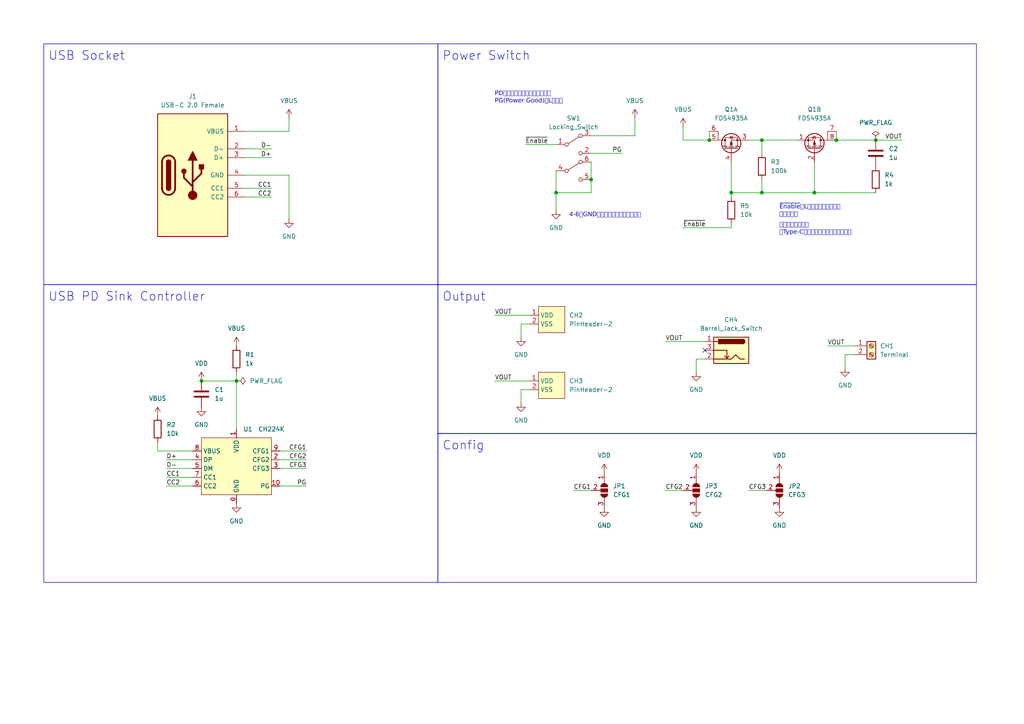
<source format=kicad_sch>
(kicad_sch (version 20230121) (generator eeschema)
  (paper "A4")
  (lib_symbols
    (symbol "$74th:CH224K-USB_PD_Sink_Controller"
      (property "Reference" "U" (at -7.62 7.62 0))
      (property "Value" "CH224K" (at 7.62 7.62 0))
      (symbol "CH224K-USB_PD_Sink_Controller_1_1"
        (rectangle (start -10.16 6.35) (end 10.16 -10.16) (fill (type background)))
        (pin power_in line (at 0 -12.7 90) (length 2.54) (name "GND") (number "0"))
        (pin power_in line (at 0 8.89 270) (length 2.54) (name "VDD") (number "1"))
        (pin output line (at 12.7 -7.62 180) (length 2.54) (name "PG") (number "10"))
        (pin input line (at 12.7 0 180) (length 2.54) (name "CFG2") (number "2"))
        (pin input line (at 12.7 -2.54 180) (length 2.54) (name "CFG3") (number "3"))
        (pin bidirectional line (at -12.7 0 0) (length 2.54) (name "DP") (number "4"))
        (pin bidirectional line (at -12.7 -2.54 0) (length 2.54) (name "DM") (number "5"))
        (pin output line (at -12.7 -7.62 0) (length 2.54) (name "CC2") (number "6"))
        (pin output line (at -12.7 -5.08 0) (length 2.54) (name "CC1") (number "7"))
        (pin input line (at -12.7 2.54 0) (length 2.54) (name "VBUS") (number "8"))
        (pin input line (at 12.7 2.54 180) (length 2.54) (name "CFG1") (number "9"))
      )
    )
    (symbol "$74th:Locking_Switch" (pin_names (offset 0) hide)
      (property "Reference" "SW" (at 0 8.89 0))
      (property "Value" "Locking_Switch" (at 0 -8.89 0))
      (symbol "Locking_Switch_0_0"
        (circle (center -2.032 -3.81) (radius 0.508))
        (circle (center -2.032 3.81) (radius 0.508))
        (circle (center 2.032 -6.35) (radius 0.508))
        (circle (center 2.032 1.27) (radius 0.508))
      )
      (symbol "Locking_Switch_0_1"
        (polyline (pts (xy -1.524 -3.556) (xy 1.651 -1.524)))
        (polyline (pts (xy -1.524 4.064) (xy 1.651 6.096)))
        (circle (center 2.032 -1.27) (radius 0.508))
        (circle (center 2.032 6.35) (radius 0.508))
      )
      (symbol "Locking_Switch_1_1"
        (pin passive line (at -5.08 3.81 0) (length 2.54) (name "B") (number "1"))
        (pin passive line (at 5.08 1.27 180) (length 2.54) (name "C") (number "2"))
        (pin passive line (at 5.08 6.35 180) (length 2.54) (name "A") (number "3"))
        (pin passive line (at -5.08 -3.81 0) (length 2.54) (name "E") (number "4"))
        (pin passive line (at 5.08 -6.35 180) (length 2.54) (name "F") (number "5"))
        (pin passive line (at 5.08 -1.27 180) (length 2.54) (name "D") (number "6"))
      )
    )
    (symbol "$74th:PchMOSFET-FDS4935A"
      (property "Reference" "Q" (at 3.81 1.27 0))
      (property "Value" "FDS4935A" (at 7.62 -2.54 0))
      (symbol "PchMOSFET-FDS4935A_0_1"
        (circle (center -0.889 0) (radius 2.794) (stroke (width 0.254)))
        (circle (center 0 -1.778) (radius 0.254) (fill (type outline)))
        (polyline (pts (xy -2.286 0) (xy -6.35 0)))
        (polyline (pts (xy -2.286 1.905) (xy -2.286 -1.905)) (stroke (width 0.254)))
        (polyline (pts (xy -1.778 -1.27) (xy -1.778 -2.286)) (stroke (width 0.254)))
        (polyline (pts (xy -1.778 0.508) (xy -1.778 -0.508)) (stroke (width 0.254)))
        (polyline (pts (xy -1.778 2.286) (xy -1.778 1.27)) (stroke (width 0.254)))
        (polyline (pts (xy 0 2.54) (xy 0 1.778)))
        (polyline (pts (xy 0 -2.54) (xy 0 0) (xy -1.778 0)))
        (polyline (pts (xy -1.778 1.778) (xy 0.762 1.778) (xy 0.762 -1.778) (xy -1.778 -1.778)))
        (polyline (pts (xy -0.254 0) (xy -1.27 0.381) (xy -1.27 -0.381) (xy -0.254 0)) (fill (type outline)))
        (polyline (pts (xy 0 3.81) (xy 2.54 3.81) (xy 0 3.81) (xy 0 2.54)))
        (polyline (pts (xy 0.254 -0.508) (xy 0.381 -0.381) (xy 1.143 -0.381) (xy 1.27 -0.254)))
        (polyline (pts (xy 0.762 -0.381) (xy 0.381 0.254) (xy 1.143 0.254) (xy 0.762 -0.381)))
        (circle (center 0 1.778) (radius 0.254) (fill (type outline)))
      )
      (symbol "PchMOSFET-FDS4935A_1_1"
        (pin passive line (at 0 -5.08 90) (length 2.54) (name "") (number "3"))
        (pin input line (at -6.35 0 0) (length 2.54) (name "") (number "4"))
        (pin passive line (at 0 6.35 270) (length 2.54) (name "") (number "5"))
        (pin passive line (at 2.54 6.35 270) (length 2.54) (name "") (number "6"))
      )
      (symbol "PchMOSFET-FDS4935A_2_1"
        (pin passive line (at 0 -5.08 90) (length 2.54) (name "") (number "1"))
        (pin input line (at -6.35 0 0) (length 2.54) (name "") (number "2"))
        (pin passive line (at 2.54 6.35 270) (length 2.54) (name "") (number "7"))
        (pin passive line (at 0 6.35 270) (length 2.54) (name "") (number "8"))
      )
    )
    (symbol "$74th:PowerOutput-2Pin"
      (property "Reference" "CH" (at -2.54 5.08 0))
      (property "Value" "Port" (at 2.54 5.08 0))
      (symbol "PowerOutput-2Pin_1_1"
        (rectangle (start -3.81 3.81) (end 3.81 -3.81) (fill (type background)))
        (pin power_in line (at -6.35 1.27 0) (length 2.54) (name "VDD") (number "1"))
        (pin power_in line (at -6.35 -1.27 0) (length 2.54) (name "VSS") (number "2"))
      )
    )
    (symbol "$74th:USB2.0_C_v3" (pin_names (offset 1.016))
      (property "Reference" "J" (at -10.16 19.05 0))
      (property "Value" "USB-C 2.0 Female" (at 15.24 19.05 0))
      (symbol "USB2.0_C_v3_0_1"
        (rectangle (start -10.16 17.78) (end 10.16 -17.78) (stroke (width 0.254)) (fill (type background)))
        (arc (start -8.89 -3.81) (mid -6.985 -5.7067) (end -5.08 -3.81) (stroke (width 0.508)))
        (arc (start -7.62 -3.81) (mid -6.985 -4.4423) (end -6.35 -3.81) (stroke (width 0.254)))
        (arc (start -7.62 -3.81) (mid -6.985 -4.4423) (end -6.35 -3.81) (stroke (width 0.254)) (fill (type outline)))
        (rectangle (start -7.62 -3.81) (end -6.35 3.81) (stroke (width 0.254)) (fill (type outline)))
        (arc (start -6.35 3.81) (mid -6.985 4.4423) (end -7.62 3.81) (stroke (width 0.254)))
        (arc (start -6.35 3.81) (mid -6.985 4.4423) (end -7.62 3.81) (stroke (width 0.254)) (fill (type outline)))
        (arc (start -5.08 3.81) (mid -6.985 5.7067) (end -8.89 3.81) (stroke (width 0.508)))
        (circle (center -2.54 1.143) (radius 0.635) (stroke (width 0.254)) (fill (type outline)))
        (circle (center 0 -5.842) (radius 1.27) (fill (type outline)))
        (polyline (pts (xy -8.89 -3.81) (xy -8.89 3.81)) (stroke (width 0.508)))
        (polyline (pts (xy -5.08 3.81) (xy -5.08 -3.81)) (stroke (width 0.508)))
        (polyline (pts (xy 0 -5.842) (xy 0 4.318)) (stroke (width 0.508)))
        (polyline (pts (xy 0 -3.302) (xy -2.54 -0.762) (xy -2.54 0.508)) (stroke (width 0.508)))
        (polyline (pts (xy 0 -2.032) (xy 2.54 0.508) (xy 2.54 1.778)) (stroke (width 0.508)))
        (polyline (pts (xy -1.27 4.318) (xy 0 6.858) (xy 1.27 4.318) (xy -1.27 4.318)) (stroke (width 0.254)) (fill (type outline)))
        (rectangle (start 1.905 1.778) (end 3.175 3.048) (stroke (width 0.254)) (fill (type outline)))
      )
      (symbol "USB2.0_C_v3_1_1"
        (pin power_out line (at 15.24 12.7 180) (length 5.08) (name "VBUS") (number "1"))
        (pin bidirectional line (at 15.24 7.62 180) (length 5.08) (name "D-") (number "2"))
        (pin bidirectional line (at 15.24 5.08 180) (length 5.08) (name "D+") (number "3"))
        (pin power_out line (at 15.24 0 180) (length 5.08) (name "GND") (number "4"))
        (pin input line (at 15.24 -3.81 180) (length 5.08) (name "CC1") (number "5"))
        (pin input line (at 15.24 -6.35 180) (length 5.08) (name "CC2") (number "6"))
      )
    )
    (symbol "Connector:Barrel_Jack_Switch" (pin_names hide)
      (property "Reference" "J" (at 0 5.334 0))
      (property "Value" "Barrel_Jack_Switch" (at 0 -5.08 0))
      (symbol "Barrel_Jack_Switch_0_1"
        (rectangle (start -5.08 3.81) (end 5.08 -3.81) (stroke (width 0.254)) (fill (type background)))
        (arc (start -3.302 3.175) (mid -3.9343 2.54) (end -3.302 1.905) (stroke (width 0.254)))
        (arc (start -3.302 3.175) (mid -3.9343 2.54) (end -3.302 1.905) (stroke (width 0.254)) (fill (type outline)))
        (polyline (pts (xy 1.27 -2.286) (xy 1.905 -1.651)) (stroke (width 0.254)))
        (polyline (pts (xy 5.08 2.54) (xy 3.81 2.54)) (stroke (width 0.254)))
        (polyline (pts (xy 5.08 0) (xy 1.27 0) (xy 1.27 -2.286) (xy 0.635 -1.651)) (stroke (width 0.254)))
        (polyline (pts (xy -3.81 -2.54) (xy -2.54 -2.54) (xy -1.27 -1.27) (xy 0 -2.54) (xy 2.54 -2.54) (xy 5.08 -2.54)) (stroke (width 0.254)))
        (rectangle (start 3.683 3.175) (end -3.302 1.905) (stroke (width 0.254)) (fill (type outline)))
      )
      (symbol "Barrel_Jack_Switch_1_1"
        (pin passive line (at 7.62 2.54 180) (length 2.54) (name "~") (number "1"))
        (pin passive line (at 7.62 -2.54 180) (length 2.54) (name "~") (number "2"))
        (pin passive line (at 7.62 0 180) (length 2.54) (name "~") (number "3"))
      )
    )
    (symbol "Connector:Screw_Terminal_01x02" (pin_names (offset 1.016) hide)
      (property "Reference" "J" (at 0 2.54 0))
      (property "Value" "Screw_Terminal_01x02" (at 0 -5.08 0))
      (symbol "Screw_Terminal_01x02_1_1"
        (rectangle (start -1.27 1.27) (end 1.27 -3.81) (stroke (width 0.254)) (fill (type background)))
        (circle (center 0 -2.54) (radius 0.635) (stroke (width 0.1524)))
        (polyline (pts (xy -0.5334 -2.2098) (xy 0.3302 -3.048)) (stroke (width 0.1524)))
        (polyline (pts (xy -0.5334 0.3302) (xy 0.3302 -0.508)) (stroke (width 0.1524)))
        (polyline (pts (xy -0.3556 -2.032) (xy 0.508 -2.8702)) (stroke (width 0.1524)))
        (polyline (pts (xy -0.3556 0.508) (xy 0.508 -0.3302)) (stroke (width 0.1524)))
        (circle (center 0 0) (radius 0.635) (stroke (width 0.1524)))
        (pin passive line (at -5.08 0 0) (length 3.81) (name "Pin_1") (number "1"))
        (pin passive line (at -5.08 -2.54 0) (length 3.81) (name "Pin_2") (number "2"))
      )
    )
    (symbol "Device:C" (pin_numbers hide) (pin_names (offset 0.254))
      (property "Reference" "C" (at 0.635 2.54 0))
      (property "Value" "C" (at 0.635 -2.54 0))
      (symbol "C_0_1"
        (polyline (pts (xy -2.032 -0.762) (xy 2.032 -0.762)) (stroke (width 0.508)))
        (polyline (pts (xy -2.032 0.762) (xy 2.032 0.762)) (stroke (width 0.508)))
      )
      (symbol "C_1_1"
        (pin passive line (at 0 3.81 270) (length 2.794) (name "~") (number "1"))
        (pin passive line (at 0 -3.81 90) (length 2.794) (name "~") (number "2"))
      )
    )
    (symbol "Device:R" (pin_numbers hide) (pin_names (offset 0))
      (property "Reference" "R" (at 2.032 0 90))
      (property "Value" "R" (at 0 0 90))
      (symbol "R_0_1"
        (rectangle (start -1.016 -2.54) (end 1.016 2.54) (stroke (width 0.254)))
      )
      (symbol "R_1_1"
        (pin passive line (at 0 3.81 270) (length 1.27) (name "~") (number "1"))
        (pin passive line (at 0 -3.81 90) (length 1.27) (name "~") (number "2"))
      )
    )
    (symbol "Jumper:SolderJumper_3_Open" (pin_names (offset 0) hide)
      (property "Reference" "JP" (at -2.54 -2.54 0))
      (property "Value" "SolderJumper_3_Open" (at 0 2.794 0))
      (symbol "SolderJumper_3_Open_0_1"
        (arc (start -1.016 1.016) (mid -2.0276 0) (end -1.016 -1.016))
        (arc (start -1.016 1.016) (mid -2.0276 0) (end -1.016 -1.016) (fill (type outline)))
        (rectangle (start -0.508 1.016) (end 0.508 -1.016) (fill (type outline)))
        (polyline (pts (xy -2.54 0) (xy -2.032 0)))
        (polyline (pts (xy -1.016 1.016) (xy -1.016 -1.016)))
        (polyline (pts (xy 0 -1.27) (xy 0 -1.016)))
        (polyline (pts (xy 1.016 1.016) (xy 1.016 -1.016)))
        (polyline (pts (xy 2.54 0) (xy 2.032 0)))
        (arc (start 1.016 -1.016) (mid 2.0276 0) (end 1.016 1.016))
        (arc (start 1.016 -1.016) (mid 2.0276 0) (end 1.016 1.016) (fill (type outline)))
      )
      (symbol "SolderJumper_3_Open_1_1"
        (pin passive line (at -5.08 0 0) (length 2.54) (name "A") (number "1"))
        (pin passive line (at 0 -3.81 90) (length 2.54) (name "C") (number "2"))
        (pin passive line (at 5.08 0 180) (length 2.54) (name "B") (number "3"))
      )
    )
    (symbol "power:GND" (power) (pin_names (offset 0))
      (property "Value" "GND" (at 0 -3.81 0))
      (symbol "GND_0_1"
        (polyline (pts (xy 0 0) (xy 0 -1.27) (xy 1.27 -1.27) (xy 0 -2.54) (xy -1.27 -1.27) (xy 0 -1.27)))
      )
      (symbol "GND_1_1"
        (pin power_in line (at 0 0 270) (length 0) hide (name "GND") (number "1"))
      )
    )
    (symbol "power:PWR_FLAG" (power) (pin_numbers hide) (pin_names (offset 0) hide)
      (property "Value" "PWR_FLAG" (at 0 3.81 0))
      (symbol "PWR_FLAG_0_0"
        (pin power_out line (at 0 0 90) (length 0) (name "pwr") (number "1"))
      )
      (symbol "PWR_FLAG_0_1"
        (polyline (pts (xy 0 0) (xy 0 1.27) (xy -1.016 1.905) (xy 0 2.54) (xy 1.016 1.905) (xy 0 1.27)))
      )
    )
    (symbol "power:VBUS" (power) (pin_names (offset 0))
      (property "Value" "VBUS" (at 0 3.81 0))
      (symbol "VBUS_0_1"
        (polyline (pts (xy -0.762 1.27) (xy 0 2.54)))
        (polyline (pts (xy 0 0) (xy 0 2.54)))
        (polyline (pts (xy 0 2.54) (xy 0.762 1.27)))
      )
      (symbol "VBUS_1_1"
        (pin power_in line (at 0 0 90) (length 0) hide (name "VBUS") (number "1"))
      )
    )
    (symbol "power:VDD" (power) (pin_names (offset 0))
      (property "Value" "VDD" (at 0 3.81 0))
      (symbol "VDD_0_1"
        (polyline (pts (xy -0.762 1.27) (xy 0 2.54)))
        (polyline (pts (xy 0 0) (xy 0 2.54)))
        (polyline (pts (xy 0 2.54) (xy 0.762 1.27)))
      )
      (symbol "VDD_1_1"
        (pin power_in line (at 0 0 90) (length 0) hide (name "VDD") (number "1"))
      )
    )
  )
  (junction (at 220.98 55.88))
  (junction (at 68.58 110.49))
  (junction (at 220.98 40.64))
  (junction (at 254 40.64))
  (junction (at 205.74 40.64))
  (junction (at 58.42 110.49))
  (junction (at 161.29 55.88))
  (junction (at 242.57 40.64))
  (junction (at 212.09 55.88))
  (junction (at 171.45 52.07))
  (junction (at 236.22 55.88))
  (no_connect (at 204.47 101.6))
  (wire (pts (xy 48.26 138.43) (xy 55.88 138.43)))
  (wire (pts (xy 151.13 93.98) (xy 153.67 93.98)))
  (wire (pts (xy 220.98 55.88) (xy 236.22 55.88)))
  (wire (pts (xy 143.51 110.49) (xy 153.67 110.49)))
  (wire (pts (xy 81.28 135.89) (xy 88.9 135.89)))
  (wire (pts (xy 45.72 130.81) (xy 55.88 130.81)))
  (wire (pts (xy 48.26 135.89) (xy 55.88 135.89)))
  (wire (pts (xy 171.45 46.99) (xy 171.45 52.07)))
  (wire (pts (xy 236.22 46.99) (xy 236.22 55.88)))
  (wire (pts (xy 217.17 142.24) (xy 222.25 142.24)))
  (wire (pts (xy 45.72 128.27) (xy 45.72 130.81)))
  (wire (pts (xy 205.74 38.1) (xy 205.74 40.64)))
  (wire (pts (xy 166.37 142.24) (xy 171.45 142.24)))
  (wire (pts (xy 81.28 133.35) (xy 88.9 133.35)))
  (wire (pts (xy 184.15 39.37) (xy 171.45 39.37)))
  (wire (pts (xy 83.82 50.8) (xy 83.82 63.5)))
  (wire (pts (xy 71.12 50.8) (xy 83.82 50.8)))
  (wire (pts (xy 242.57 40.64) (xy 254 40.64)))
  (wire (pts (xy 220.98 44.45) (xy 220.98 40.64)))
  (wire (pts (xy 220.98 40.64) (xy 231.14 40.64)))
  (wire (pts (xy 245.11 102.87) (xy 247.65 102.87)))
  (wire (pts (xy 48.26 140.97) (xy 55.88 140.97)))
  (wire (pts (xy 198.12 40.64) (xy 198.12 36.83)))
  (wire (pts (xy 81.28 130.81) (xy 88.9 130.81)))
  (wire (pts (xy 212.09 66.04) (xy 212.09 64.77)))
  (wire (pts (xy 212.09 46.99) (xy 212.09 55.88)))
  (wire (pts (xy 161.29 49.53) (xy 161.29 55.88)))
  (wire (pts (xy 68.58 110.49) (xy 68.58 124.46)))
  (wire (pts (xy 151.13 113.03) (xy 153.67 113.03)))
  (wire (pts (xy 68.58 107.95) (xy 68.58 110.49)))
  (wire (pts (xy 152.4 41.91) (xy 161.29 41.91)))
  (wire (pts (xy 151.13 97.79) (xy 151.13 93.98)))
  (wire (pts (xy 58.42 110.49) (xy 68.58 110.49)))
  (wire (pts (xy 242.57 38.1) (xy 242.57 40.64)))
  (wire (pts (xy 71.12 38.1) (xy 83.82 38.1)))
  (wire (pts (xy 184.15 34.29) (xy 184.15 39.37)))
  (wire (pts (xy 171.45 52.07) (xy 171.45 55.88)))
  (wire (pts (xy 212.09 57.15) (xy 212.09 55.88)))
  (wire (pts (xy 151.13 116.84) (xy 151.13 113.03)))
  (wire (pts (xy 71.12 43.18) (xy 78.74 43.18)))
  (wire (pts (xy 240.03 100.33) (xy 247.65 100.33)))
  (wire (pts (xy 236.22 55.88) (xy 254 55.88)))
  (wire (pts (xy 201.93 104.14) (xy 201.93 107.95)))
  (wire (pts (xy 245.11 106.68) (xy 245.11 102.87)))
  (wire (pts (xy 161.29 55.88) (xy 161.29 60.96)))
  (wire (pts (xy 83.82 38.1) (xy 83.82 34.29)))
  (wire (pts (xy 81.28 140.97) (xy 88.9 140.97)))
  (wire (pts (xy 71.12 45.72) (xy 78.74 45.72)))
  (wire (pts (xy 193.04 142.24) (xy 198.12 142.24)))
  (wire (pts (xy 48.26 133.35) (xy 55.88 133.35)))
  (wire (pts (xy 217.17 40.64) (xy 220.98 40.64)))
  (wire (pts (xy 143.51 91.44) (xy 153.67 91.44)))
  (wire (pts (xy 205.74 40.64) (xy 198.12 40.64)))
  (wire (pts (xy 212.09 55.88) (xy 220.98 55.88)))
  (wire (pts (xy 171.45 55.88) (xy 161.29 55.88)))
  (wire (pts (xy 204.47 104.14) (xy 201.93 104.14)))
  (wire (pts (xy 171.45 44.45) (xy 180.34 44.45)))
  (wire (pts (xy 220.98 52.07) (xy 220.98 55.88)))
  (wire (pts (xy 254 40.64) (xy 261.62 40.64)))
  (wire (pts (xy 193.04 99.06) (xy 204.47 99.06)))
  (wire (pts (xy 71.12 54.61) (xy 78.74 54.61)))
  (wire (pts (xy 198.12 66.04) (xy 212.09 66.04)))
  (wire (pts (xy 71.12 57.15) (xy 78.74 57.15)))
  (rectangle (start 127 82.55) (end 283.21 125.73))
  (rectangle (start 12.7 82.55) (end 127 168.91))
  (rectangle (start 127 12.7) (end 283.21 82.55))
  (rectangle (start 12.7 12.7) (end 127 82.55))
  (rectangle (start 127 125.73) (end 283.21 168.91))
  (text "Output" (at 128.27 87.63 0) (effects (font (size 2.54 2.54)) (justify left bottom)))
  (text "じがへるつさんの\n『Type-C電子工作クックブック』より" (at 226.06 68.58 0) (effects (font (size 1.27 1.27)) (justify left bottom)))
  (text "USB Socket" (at 13.97 17.78 0) (effects (font (size 2.54 2.54)) (justify left bottom)))
  (text "PDによる電力供給が正しいとき\nPG(Power Good)はLになる" (at 143.51 30.48 0) (effects (font (size 1.27 1.27)) (justify left bottom)))
  (text "4-6はGNDベタを確保したかったため" (at 165.1 63.5 0) (effects (font (size 1.27 1.27)) (justify left bottom)))
  (text "~{Enable}がLになると送電される\n逆電流防止" (at 226.06 63.5 0) (effects (font (size 1.27 1.27)) (justify left bottom)))
  (text "Power Switch" (at 128.27 17.78 0) (effects (font (size 2.54 2.54)) (justify left bottom)))
  (text "Config" (at 128.27 130.81 0) (effects (font (size 2.54 2.54)) (justify left bottom)))
  (text "USB PD Sink Controller" (at 13.97 87.63 0) (effects (font (size 2.54 2.54)) (justify left bottom)))
  (label "CFG1" (at 166.37 142.24 0))
  (label "VOUT" (at 143.51 91.44 0))
  (label "VOUT" (at 240.03 100.33 0))
  (label "VOUT" (at 261.62 40.64 180))
  (label "CFG3" (at 88.9 135.89 180))
  (label "~{Enable}" (at 152.4 41.91 0))
  (label "CFG1" (at 88.9 130.81 180))
  (label "D+" (at 78.74 45.72 180))
  (label "~{Enable}" (at 198.12 66.04 0))
  (label "CC2" (at 48.26 140.97 0))
  (label "VOUT" (at 193.04 99.06 0))
  (label "CFG2" (at 88.9 133.35 180))
  (label "CC2" (at 78.74 57.15 180))
  (label "PG" (at 88.9 140.97 180))
  (label "CFG2" (at 193.04 142.24 0))
  (label "D-" (at 48.26 135.89 0))
  (label "D-" (at 78.74 43.18 180))
  (label "CC1" (at 78.74 54.61 180))
  (label "CC1" (at 48.26 138.43 0))
  (label "VOUT" (at 143.51 110.49 0))
  (label "D+" (at 48.26 133.35 0))
  (label "PG" (at 180.34 44.45 180))
  (label "CFG3" (at 217.17 142.24 0))
  (symbol (lib_id "Device:R") (at 254 52.07 180) (unit 1)
    (property "Reference" "R4" (at 256.54 50.8 0) (effects (justify right)))
    (property "Value" "1k" (at 256.54 53.34 0) (effects (justify right)))
    (property "Footprint" "$74th:Register_0805_2012" (effects hide))
  )
  (symbol (lib_id "power:PWR_FLAG") (at 68.58 110.49 270) (unit 1)
    (property "Reference" "#FLG02" (effects hide))
    (property "Value" "PWR_FLAG" (at 72.39 110.49 90) (effects (justify left)))
  )
  (symbol (lib_id "Device:R") (at 45.72 124.46 180) (unit 1)
    (property "Reference" "R2" (at 48.26 123.19 0) (effects (justify right)))
    (property "Value" "10k" (at 48.26 125.73 0) (effects (justify right)))
    (property "Footprint" "$74th:Register_0805_2012" (effects hide))
  )
  (symbol (lib_id "Device:R") (at 212.09 60.96 180) (unit 1)
    (property "Reference" "R5" (at 214.63 59.69 0) (effects (justify right)))
    (property "Value" "10k" (at 214.63 62.23 0) (effects (justify right)))
    (property "Footprint" "$74th:Register_0805_2012" (effects hide))
  )
  (symbol (lib_id "power:VBUS") (at 198.12 36.83 0) (unit 1)
    (property "Reference" "#PWR020" (effects hide))
    (property "Value" "VBUS" (at 198.12 31.75 0))
  )
  (symbol (lib_id "power:VBUS") (at 184.15 34.29 0) (unit 1)
    (property "Reference" "#PWR015" (effects hide))
    (property "Value" "VBUS" (at 184.15 29.21 0))
  )
  (symbol (lib_id "power:GND") (at 68.58 146.05 0) (unit 1)
    (property "Reference" "#PWR02" (effects hide))
    (property "Value" "GND" (at 68.58 151.13 0))
  )
  (symbol (lib_id "$74th:PowerOutput-2Pin") (at 160.02 92.71 0) (unit 1)
    (property "Reference" "CH2" (at 165.1 91.44 0) (effects (justify left)))
    (property "Value" "PinHeader-2" (at 165.1 93.98 0) (effects (justify left)))
    (property "Footprint" "$74th:2Pin" (effects hide))
  )
  (symbol (lib_id "Jumper:SolderJumper_3_Open") (at 226.06 142.24 270) (unit 1)
    (property "Reference" "JP2" (at 228.6 140.97 90) (effects (justify left)))
    (property "Value" "CFG3" (at 228.6 143.51 90) (effects (justify left)))
    (property "Footprint" "Jumper:SolderJumper-3_P1.3mm_Open_RoundedPad1.0x1.5mm" (effects hide))
  )
  (symbol (lib_id "power:GND") (at 226.06 147.32 0) (unit 1)
    (property "Reference" "#PWR011" (effects hide))
    (property "Value" "GND" (at 226.06 152.4 0))
  )
  (symbol (lib_id "Connector:Screw_Terminal_01x02") (at 252.73 100.33 0) (unit 1)
    (property "Reference" "CH1" (at 255.27 100.33 0) (effects (justify left)))
    (property "Value" "Terminal" (at 255.27 102.87 0) (effects (justify left)))
    (property "Footprint" "TerminalBlock:TerminalBlock_bornier-2_P5.08mm" (effects hide))
  )
  (symbol (lib_id "power:GND") (at 151.13 116.84 0) (unit 1)
    (property "Reference" "#PWR017" (effects hide))
    (property "Value" "GND" (at 151.13 121.92 0))
  )
  (symbol (lib_id "power:GND") (at 83.82 63.5 0) (unit 1)
    (property "Reference" "#PWR013" (effects hide))
    (property "Value" "GND" (at 83.82 68.58 0))
  )
  (symbol (lib_id "Connector:Barrel_Jack_Switch") (at 212.09 101.6 0) (mirror y) (unit 1)
    (property "Reference" "CH4" (at 212.09 92.71 0))
    (property "Value" "Barrel_Jack_Switch" (at 212.09 95.25 0))
    (property "Footprint" "$74th:DCJack-BarrelJack" (effects hide))
  )
  (symbol (lib_id "power:PWR_FLAG") (at 254 40.64 0) (unit 1)
    (property "Reference" "#FLG01" (effects hide))
    (property "Value" "PWR_FLAG" (at 254 35.56 0))
  )
  (symbol (lib_id "power:VDD") (at 201.93 137.16 0) (unit 1)
    (property "Reference" "#PWR08" (effects hide))
    (property "Value" "VDD" (at 201.93 132.08 0))
  )
  (symbol (lib_id "$74th:CH224K-USB_PD_Sink_Controller") (at 68.58 133.35 0) (unit 1)
    (property "Reference" "U1" (at 70.5359 124.46 0) (effects (justify left)))
    (property "Value" "CH224K" (at 78.74 124.46 0))
    (property "Footprint" "$74th:ESSOP-10_3.9x5.0mm_P1.0" (effects hide))
  )
  (symbol (lib_id "power:GND") (at 58.42 118.11 0) (unit 1)
    (property "Reference" "#PWR03" (effects hide))
    (property "Value" "GND" (at 58.42 123.19 0))
  )
  (symbol (lib_id "Jumper:SolderJumper_3_Open") (at 201.93 142.24 270) (unit 1)
    (property "Reference" "JP3" (at 204.47 140.97 90) (effects (justify left)))
    (property "Value" "CFG2" (at 204.47 143.51 90) (effects (justify left)))
    (property "Footprint" "Jumper:SolderJumper-3_P1.3mm_Open_RoundedPad1.0x1.5mm" (effects hide))
  )
  (symbol (lib_id "$74th:PchMOSFET-FDS4935A") (at 212.09 40.64 90) (unit 1)
    (property "Reference" "Q1" (at 212.09 31.75 90))
    (property "Value" "FDS4935A" (at 212.09 34.29 90))
    (property "Footprint" "Package_SO:SOIC-8_3.9x4.9mm_P1.27mm" (effects hide))
  )
  (symbol (lib_id "power:VDD") (at 58.42 110.49 0) (unit 1)
    (property "Reference" "#PWR05" (effects hide))
    (property "Value" "VDD" (at 58.42 105.41 0))
  )
  (symbol (lib_id "power:VDD") (at 226.06 137.16 0) (unit 1)
    (property "Reference" "#PWR010" (effects hide))
    (property "Value" "VDD" (at 226.06 132.08 0))
  )
  (symbol (lib_id "Device:C") (at 58.42 114.3 0) (unit 1)
    (property "Reference" "C1" (at 62.23 113.03 0) (effects (justify left)))
    (property "Value" "1u" (at 62.23 115.57 0) (effects (justify left)))
    (property "Footprint" "$74th:Capacitor_0805_2012" (effects hide))
  )
  (symbol (lib_id "Device:R") (at 68.58 104.14 180) (unit 1)
    (property "Reference" "R1" (at 71.12 102.87 0) (effects (justify right)))
    (property "Value" "1k" (at 71.12 105.41 0) (effects (justify right)))
    (property "Footprint" "$74th:Register_0805_2012" (effects hide))
  )
  (symbol (lib_id "power:GND") (at 245.11 106.68 0) (unit 1)
    (property "Reference" "#PWR019" (effects hide))
    (property "Value" "GND" (at 245.11 111.76 0))
  )
  (symbol (lib_id "power:GND") (at 151.13 97.79 0) (unit 1)
    (property "Reference" "#PWR016" (effects hide))
    (property "Value" "GND" (at 151.13 102.87 0))
  )
  (symbol (lib_id "power:VBUS") (at 83.82 34.29 0) (unit 1)
    (property "Reference" "#PWR012" (effects hide))
    (property "Value" "VBUS" (at 83.82 29.21 0))
  )
  (symbol (lib_id "power:VDD") (at 175.26 137.16 0) (unit 1)
    (property "Reference" "#PWR06" (effects hide))
    (property "Value" "VDD" (at 175.26 132.08 0))
  )
  (symbol (lib_id "Device:R") (at 220.98 48.26 0) (unit 1)
    (property "Reference" "R3" (at 223.52 46.99 0) (effects (justify left)))
    (property "Value" "100k" (at 223.52 49.53 0) (effects (justify left)))
    (property "Footprint" "$74th:Register_0805_2012" (effects hide))
  )
  (symbol (lib_id "Device:C") (at 254 44.45 0) (unit 1)
    (property "Reference" "C2" (at 257.81 43.18 0) (effects (justify left)))
    (property "Value" "1u" (at 257.81 45.72 0) (effects (justify left)))
    (property "Footprint" "$74th:Capacitor_0805_2012" (effects hide))
  )
  (symbol (lib_id "power:GND") (at 161.29 60.96 0) (unit 1)
    (property "Reference" "#PWR021" (effects hide))
    (property "Value" "GND" (at 161.29 66.04 0))
  )
  (symbol (lib_id "power:VBUS") (at 68.58 100.33 0) (unit 1)
    (property "Reference" "#PWR04" (effects hide))
    (property "Value" "VBUS" (at 68.58 95.25 0))
  )
  (symbol (lib_id "$74th:PchMOSFET-FDS4935A") (at 236.22 40.64 270) (mirror x) (unit 2)
    (property "Reference" "Q1" (at 236.22 31.75 90))
    (property "Value" "FDS4935A" (at 236.22 34.29 90))
    (property "Footprint" "Package_SO:SOIC-8_3.9x4.9mm_P1.27mm" (effects hide))
  )
  (symbol (lib_id "power:GND") (at 175.26 147.32 0) (unit 1)
    (property "Reference" "#PWR07" (effects hide))
    (property "Value" "GND" (at 175.26 152.4 0))
  )
  (symbol (lib_id "power:GND") (at 201.93 147.32 0) (unit 1)
    (property "Reference" "#PWR09" (effects hide))
    (property "Value" "GND" (at 201.93 152.4 0))
  )
  (symbol (lib_id "$74th:Locking_Switch") (at 166.37 45.72 0) (unit 1)
    (property "Reference" "SW1" (at 166.37 34.29 0))
    (property "Value" "Locking_Switch" (at 166.37 36.83 0))
    (property "Footprint" "$74th:Locking_Button_8x8mm" (effects hide))
  )
  (symbol (lib_id "power:VBUS") (at 45.72 120.65 0) (unit 1)
    (property "Reference" "#PWR01" (effects hide))
    (property "Value" "VBUS" (at 45.72 115.57 0))
  )
  (symbol (lib_id "$74th:PowerOutput-2Pin") (at 160.02 111.76 0) (unit 1)
    (property "Reference" "CH3" (at 165.1 110.49 0) (effects (justify left)))
    (property "Value" "PinHeader-2" (at 165.1 113.03 0) (effects (justify left)))
    (property "Footprint" "$74th:2Pin" (effects hide))
  )
  (symbol (lib_id "$74th:USB2.0_C_v3") (at 55.88 50.8 0) (unit 1)
    (property "Reference" "J1" (at 55.88 27.94 0))
    (property "Value" "USB-C 2.0 Female" (at 55.88 30.48 0))
    (property "Footprint" "$74th:USB-C-12-Pin-MidMount-ali-v5" (effects hide))
    (property "Datasheet" "https://www.usb.org/sites/default/files/documents/usb_type-c.zip" (effects hide))
  )
  (symbol (lib_id "power:GND") (at 201.93 107.95 0) (unit 1)
    (property "Reference" "#PWR018" (effects hide))
    (property "Value" "GND" (at 201.93 113.03 0))
  )
  (symbol (lib_id "Jumper:SolderJumper_3_Open") (at 175.26 142.24 270) (unit 1)
    (property "Reference" "JP1" (at 177.8 140.97 90) (effects (justify left)))
    (property "Value" "CFG1" (at 177.8 143.51 90) (effects (justify left)))
    (property "Footprint" "Jumper:SolderJumper-3_P1.3mm_Open_RoundedPad1.0x1.5mm" (effects hide))
  )
)
</source>
